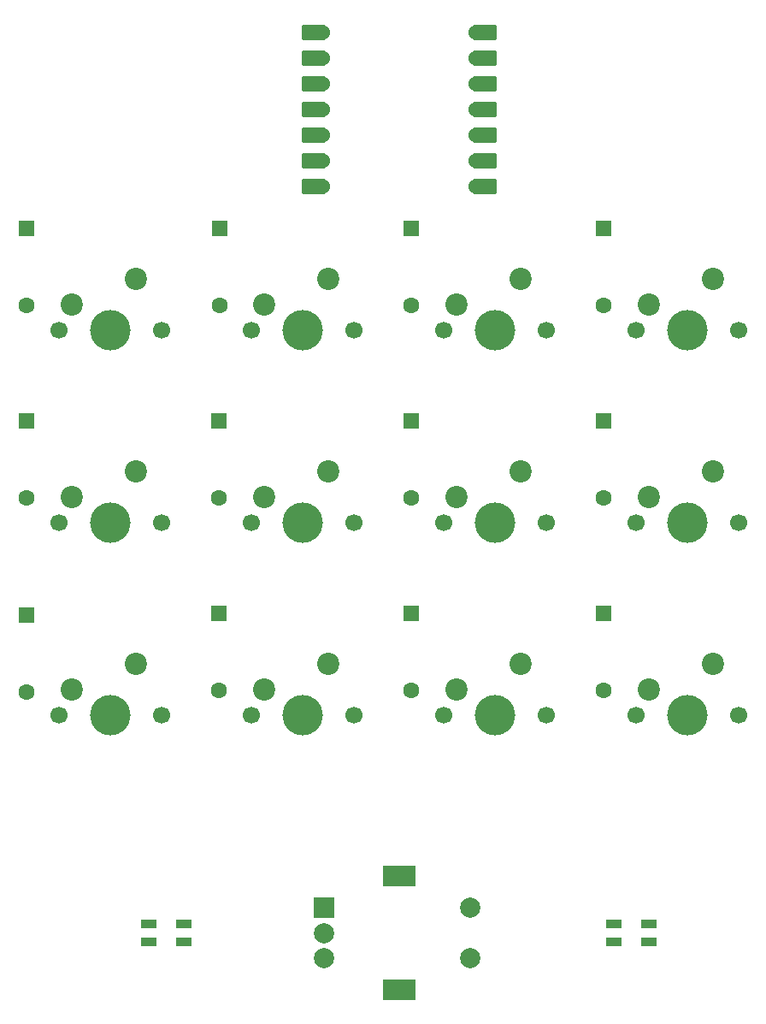
<source format=gbr>
%TF.GenerationSoftware,KiCad,Pcbnew,9.0.6*%
%TF.CreationDate,2025-11-30T21:38:08+01:00*%
%TF.ProjectId,Progetto1,50726f67-6574-4746-9f31-2e6b69636164,rev?*%
%TF.SameCoordinates,Original*%
%TF.FileFunction,Soldermask,Top*%
%TF.FilePolarity,Negative*%
%FSLAX46Y46*%
G04 Gerber Fmt 4.6, Leading zero omitted, Abs format (unit mm)*
G04 Created by KiCad (PCBNEW 9.0.6) date 2025-11-30 21:38:08*
%MOMM*%
%LPD*%
G01*
G04 APERTURE LIST*
G04 Aperture macros list*
%AMRoundRect*
0 Rectangle with rounded corners*
0 $1 Rounding radius*
0 $2 $3 $4 $5 $6 $7 $8 $9 X,Y pos of 4 corners*
0 Add a 4 corners polygon primitive as box body*
4,1,4,$2,$3,$4,$5,$6,$7,$8,$9,$2,$3,0*
0 Add four circle primitives for the rounded corners*
1,1,$1+$1,$2,$3*
1,1,$1+$1,$4,$5*
1,1,$1+$1,$6,$7*
1,1,$1+$1,$8,$9*
0 Add four rect primitives between the rounded corners*
20,1,$1+$1,$2,$3,$4,$5,0*
20,1,$1+$1,$4,$5,$6,$7,0*
20,1,$1+$1,$6,$7,$8,$9,0*
20,1,$1+$1,$8,$9,$2,$3,0*%
G04 Aperture macros list end*
%ADD10C,1.700000*%
%ADD11C,4.000000*%
%ADD12C,2.200000*%
%ADD13R,2.000000X2.000000*%
%ADD14C,2.000000*%
%ADD15R,3.200000X2.000000*%
%ADD16R,1.600000X0.850000*%
%ADD17RoundRect,0.152400X1.063600X0.609600X-1.063600X0.609600X-1.063600X-0.609600X1.063600X-0.609600X0*%
%ADD18C,1.524000*%
%ADD19RoundRect,0.152400X-1.063600X-0.609600X1.063600X-0.609600X1.063600X0.609600X-1.063600X0.609600X0*%
%ADD20RoundRect,0.250000X-0.550000X0.550000X-0.550000X-0.550000X0.550000X-0.550000X0.550000X0.550000X0*%
%ADD21C,1.600000*%
G04 APERTURE END LIST*
D10*
%TO.C,SW11*%
X159226250Y-119062500D03*
D11*
X164306250Y-119062500D03*
D10*
X169386250Y-119062500D03*
D12*
X166846250Y-113982500D03*
X160496250Y-116522500D03*
%TD*%
D10*
%TO.C,SW1*%
X121126250Y-80962500D03*
D11*
X126206250Y-80962500D03*
D10*
X131286250Y-80962500D03*
D12*
X128746250Y-75882500D03*
X122396250Y-78422500D03*
%TD*%
D10*
%TO.C,SW6*%
X140176250Y-100012500D03*
D11*
X145256250Y-100012500D03*
D10*
X150336250Y-100012500D03*
D12*
X147796250Y-94932500D03*
X141446250Y-97472500D03*
%TD*%
D13*
%TO.C,SW13*%
X147309000Y-138089000D03*
D14*
X147309000Y-143089000D03*
X147309000Y-140589000D03*
D15*
X154809000Y-134989000D03*
X154809000Y-146189000D03*
D14*
X161809000Y-143089000D03*
X161809000Y-138089000D03*
%TD*%
D16*
%TO.C,D1*%
X129949000Y-139714000D03*
X129949000Y-141464000D03*
X133449000Y-141464000D03*
X133449000Y-139714000D03*
%TD*%
D10*
%TO.C,SW10*%
X140176250Y-119062500D03*
D11*
X145256250Y-119062500D03*
D10*
X150336250Y-119062500D03*
D12*
X147796250Y-113982500D03*
X141446250Y-116522500D03*
%TD*%
D17*
%TO.C,U1*%
X146305000Y-51438500D03*
D18*
X147140000Y-51438500D03*
D17*
X146305000Y-53978500D03*
D18*
X147140000Y-53978500D03*
D17*
X146305000Y-56518500D03*
D18*
X147140000Y-56518500D03*
D17*
X146305000Y-59058500D03*
D18*
X147140000Y-59058500D03*
D17*
X146305000Y-61598500D03*
D18*
X147140000Y-61598500D03*
D17*
X146305000Y-64138500D03*
D18*
X147140000Y-64138500D03*
D17*
X146305000Y-66678500D03*
D18*
X147140000Y-66678500D03*
X162380000Y-66678500D03*
D19*
X163215000Y-66678500D03*
D18*
X162380000Y-64138500D03*
D19*
X163215000Y-64138500D03*
D18*
X162380000Y-61598500D03*
D19*
X163215000Y-61598500D03*
D18*
X162380000Y-59058500D03*
D19*
X163215000Y-59058500D03*
D18*
X162380000Y-56518500D03*
D19*
X163215000Y-56518500D03*
D18*
X162380000Y-53978500D03*
D19*
X163215000Y-53978500D03*
D18*
X162380000Y-51438500D03*
D19*
X163215000Y-51438500D03*
%TD*%
D16*
%TO.C,D2*%
X176050000Y-139714000D03*
X176050000Y-141464000D03*
X179550000Y-141464000D03*
X179550000Y-139714000D03*
%TD*%
D10*
%TO.C,SW9*%
X121126250Y-119062500D03*
D11*
X126206250Y-119062500D03*
D10*
X131286250Y-119062500D03*
D12*
X128746250Y-113982500D03*
X122396250Y-116522500D03*
%TD*%
D10*
%TO.C,SW3*%
X159226250Y-80962500D03*
D11*
X164306250Y-80962500D03*
D10*
X169386250Y-80962500D03*
D12*
X166846250Y-75882500D03*
X160496250Y-78422500D03*
%TD*%
D10*
%TO.C,SW12*%
X178276250Y-119062500D03*
D11*
X183356250Y-119062500D03*
D10*
X188436250Y-119062500D03*
D12*
X185896250Y-113982500D03*
X179546250Y-116522500D03*
%TD*%
D10*
%TO.C,SW8*%
X178276250Y-100012500D03*
D11*
X183356250Y-100012500D03*
D10*
X188436250Y-100012500D03*
D12*
X185896250Y-94932500D03*
X179546250Y-97472500D03*
%TD*%
D10*
%TO.C,SW2*%
X140176250Y-80962500D03*
D11*
X145256250Y-80962500D03*
D10*
X150336250Y-80962500D03*
D12*
X147796250Y-75882500D03*
X141446250Y-78422500D03*
%TD*%
D10*
%TO.C,SW4*%
X178276250Y-80962500D03*
D11*
X183356250Y-80962500D03*
D10*
X188436250Y-80962500D03*
D12*
X185896250Y-75882500D03*
X179546250Y-78422500D03*
%TD*%
D10*
%TO.C,SW5*%
X121126250Y-100012500D03*
D11*
X126206250Y-100012500D03*
D10*
X131286250Y-100012500D03*
D12*
X128746250Y-94932500D03*
X122396250Y-97472500D03*
%TD*%
D10*
%TO.C,SW7*%
X159226250Y-100012500D03*
D11*
X164306250Y-100012500D03*
D10*
X169386250Y-100012500D03*
D12*
X166846250Y-94932500D03*
X160496250Y-97472500D03*
%TD*%
D20*
%TO.C,D8*%
X136970000Y-70840000D03*
D21*
X136970000Y-78460000D03*
%TD*%
D20*
%TO.C,D13*%
X175006000Y-89916000D03*
D21*
X175006000Y-97536000D03*
%TD*%
D20*
%TO.C,D5*%
X117856000Y-109093000D03*
D21*
X117856000Y-116713000D03*
%TD*%
D20*
%TO.C,D10*%
X155956000Y-89916000D03*
D21*
X155956000Y-97536000D03*
%TD*%
D20*
%TO.C,D6*%
X136906000Y-108966000D03*
D21*
X136906000Y-116586000D03*
%TD*%
D20*
%TO.C,D9*%
X155956000Y-70866000D03*
D21*
X155956000Y-78486000D03*
%TD*%
D20*
%TO.C,D14*%
X175006000Y-70866000D03*
D21*
X175006000Y-78486000D03*
%TD*%
D20*
%TO.C,D7*%
X136906000Y-89916000D03*
D21*
X136906000Y-97536000D03*
%TD*%
D20*
%TO.C,D12*%
X175006000Y-108966000D03*
D21*
X175006000Y-116586000D03*
%TD*%
D20*
%TO.C,D11*%
X155956000Y-108966000D03*
D21*
X155956000Y-116586000D03*
%TD*%
D20*
%TO.C,D3*%
X117856000Y-70866000D03*
D21*
X117856000Y-78486000D03*
%TD*%
D20*
%TO.C,D4*%
X117856000Y-89916000D03*
D21*
X117856000Y-97536000D03*
%TD*%
M02*

</source>
